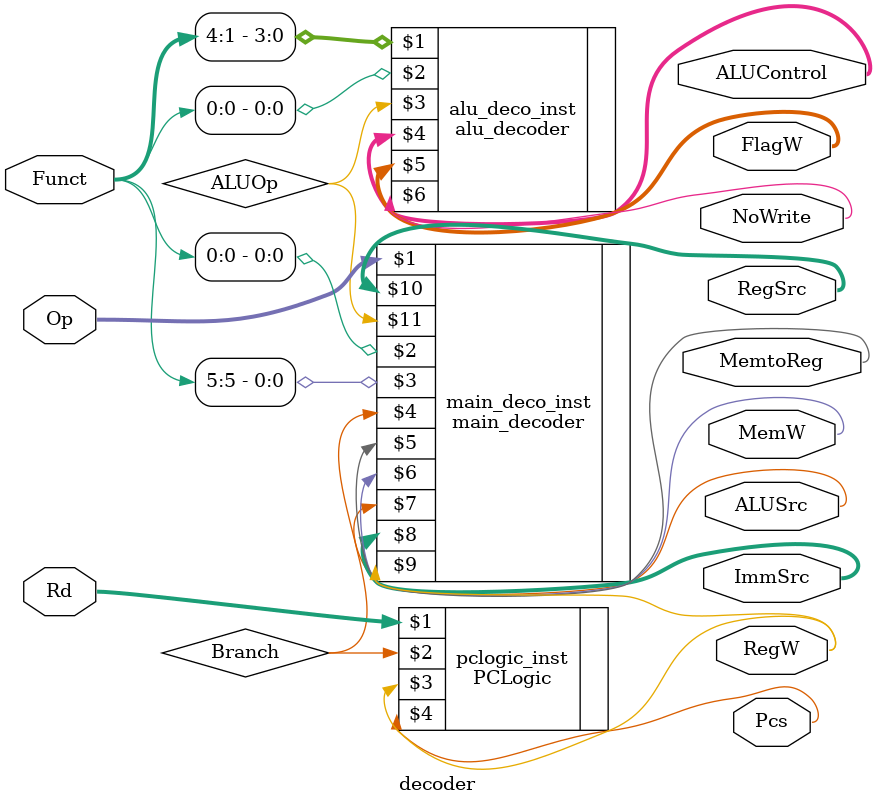
<source format=sv>
module decoder(
input logic [3:0] Rd,
input logic [1:0] Op,
input logic [5:0] Funct,
output logic RegW,
output logic MemW,
output logic MemtoReg,
output logic ALUSrc,
output logic Pcs,
output logic [1:0] ImmSrc,
output logic [1:0] RegSrc,
output logic [1:0] ALUControl,
output logic [1:0] FlagW,
output logic NoWrite
);

main_decoder main_deco_inst(Op, Funct[0], Funct[5], Branch, MemtoReg, MemW, ALUSrc, ImmSrc, RegW, RegSrc, ALUOp);

PCLogic pclogic_inst(Rd, Branch, RegW, Pcs);

alu_decoder alu_deco_inst(Funct[4:1], Funct[0], ALUOp, ALUControl, FlagW, NoWrite);

endmodule 
</source>
